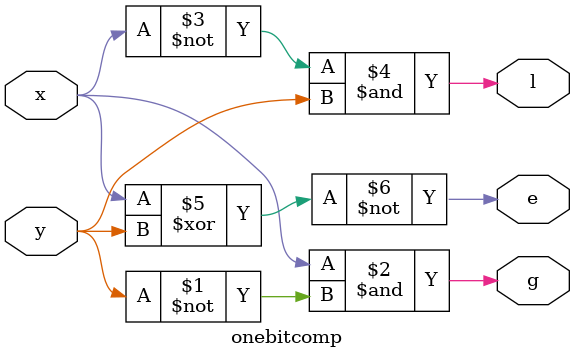
<source format=v>
/* 
    GREATER (g): X AND ~Y
    LESS (l): ~X AND Y
    EQUAL (e): ~(X XOR Y)
*/

module onebitcomp(x, y, g, l, e);
    
    input x, y;
    output g, l, e;

    assign g = x & ~y;
    assign l = ~x & y;
    assign e = ~(x ^ y);

endmodule
</source>
